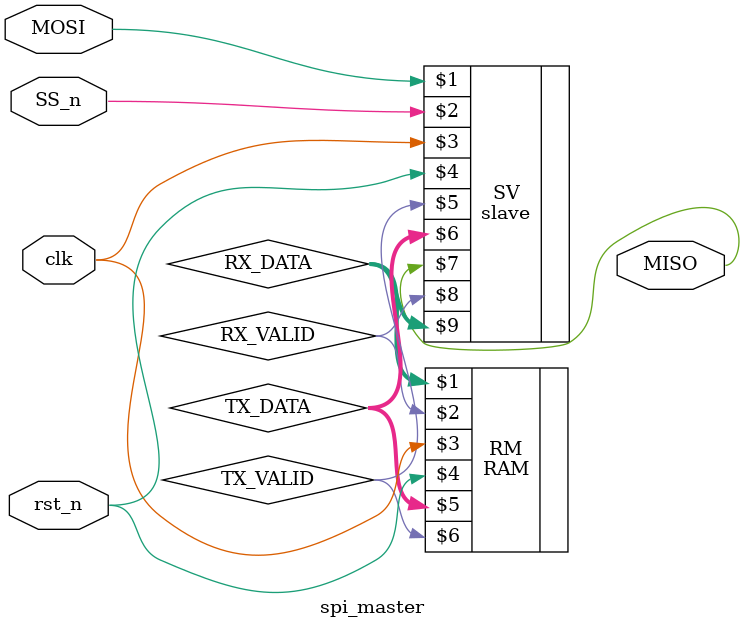
<source format=v>
module spi_master(clk,rst_n,MOSI,MISO,SS_n);

input clk,rst_n,SS_n,MOSI;
output MISO;

wire [9:0] RX_DATA;
wire RX_VALID,TX_VALID;
wire [7:0]TX_DATA;

RAM RM(RX_DATA,RX_VALID,clk,rst_n,TX_DATA,TX_VALID);
slave SV (MOSI,SS_n,clk,rst_n,TX_VALID,TX_DATA,MISO,RX_VALID,RX_DATA);


endmodule
</source>
